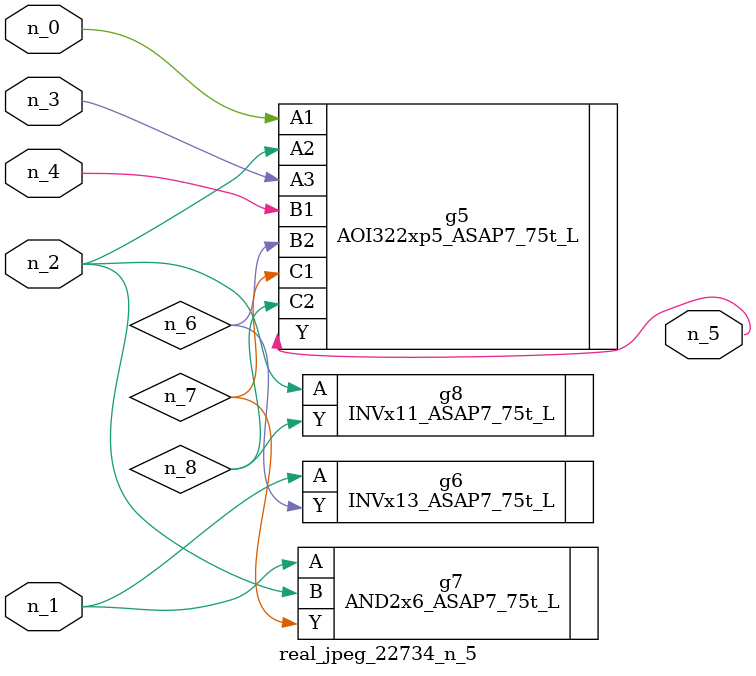
<source format=v>
module real_jpeg_22734_n_5 (n_4, n_0, n_1, n_2, n_3, n_5);

input n_4;
input n_0;
input n_1;
input n_2;
input n_3;

output n_5;

wire n_8;
wire n_6;
wire n_7;

AOI322xp5_ASAP7_75t_L g5 ( 
.A1(n_0),
.A2(n_2),
.A3(n_3),
.B1(n_4),
.B2(n_6),
.C1(n_7),
.C2(n_8),
.Y(n_5)
);

INVx13_ASAP7_75t_L g6 ( 
.A(n_1),
.Y(n_6)
);

AND2x6_ASAP7_75t_L g7 ( 
.A(n_1),
.B(n_2),
.Y(n_7)
);

INVx11_ASAP7_75t_L g8 ( 
.A(n_2),
.Y(n_8)
);


endmodule
</source>
